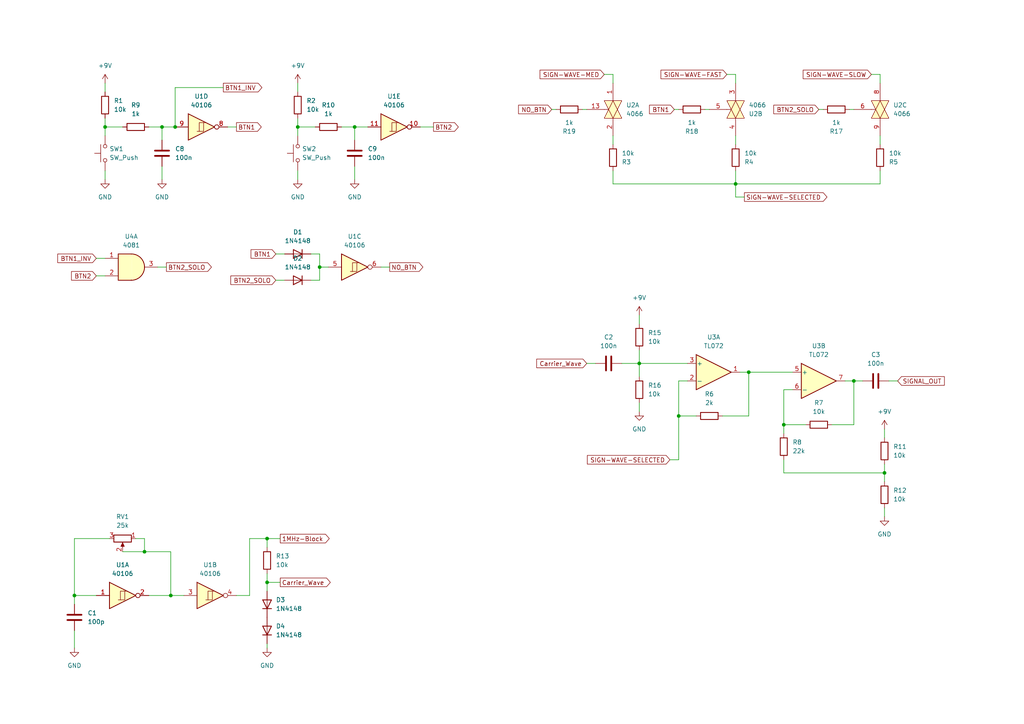
<source format=kicad_sch>
(kicad_sch (version 20230121) (generator eeschema)
  (paper "A4")
  (lib_symbols
    (symbol "4xxx:40106" (pin_names (offset 1.016))
      (property "Reference" "U" (at 0 1.27 0))
      (property "Value" "40106" (at 0 -1.27 0))
      (symbol "40106_1_0"
        (polyline (pts (xy -0.635 -1.27) (xy -0.635 1.27) (xy 0.635 1.27)))
        (polyline (pts (xy -3.81 3.81) (xy -3.81 -3.81) (xy 3.81 0) (xy -3.81 3.81)) (stroke (width 0.254)) (fill (type background)))
        (polyline (pts (xy -1.27 -1.27) (xy 0.635 -1.27) (xy 0.635 1.27) (xy 1.27 1.27)))
        (pin input line (at -7.62 0 0) (length 3.81) (name "~") (number "1"))
        (pin output inverted (at 7.62 0 180) (length 3.81) (name "~") (number "2"))
      )
      (symbol "40106_2_0"
        (polyline (pts (xy -0.635 -1.27) (xy -0.635 1.27) (xy 0.635 1.27)))
        (polyline (pts (xy -3.81 3.81) (xy -3.81 -3.81) (xy 3.81 0) (xy -3.81 3.81)) (stroke (width 0.254)) (fill (type background)))
        (polyline (pts (xy -1.27 -1.27) (xy 0.635 -1.27) (xy 0.635 1.27) (xy 1.27 1.27)))
        (pin input line (at -7.62 0 0) (length 3.81) (name "~") (number "3"))
        (pin output inverted (at 7.62 0 180) (length 3.81) (name "~") (number "4"))
      )
      (symbol "40106_3_0"
        (polyline (pts (xy -0.635 -1.27) (xy -0.635 1.27) (xy 0.635 1.27)))
        (polyline (pts (xy -3.81 3.81) (xy -3.81 -3.81) (xy 3.81 0) (xy -3.81 3.81)) (stroke (width 0.254)) (fill (type background)))
        (polyline (pts (xy -1.27 -1.27) (xy 0.635 -1.27) (xy 0.635 1.27) (xy 1.27 1.27)))
        (pin input line (at -7.62 0 0) (length 3.81) (name "~") (number "5"))
        (pin output inverted (at 7.62 0 180) (length 3.81) (name "~") (number "6"))
      )
      (symbol "40106_4_0"
        (polyline (pts (xy -0.635 -1.27) (xy -0.635 1.27) (xy 0.635 1.27)))
        (polyline (pts (xy -3.81 3.81) (xy -3.81 -3.81) (xy 3.81 0) (xy -3.81 3.81)) (stroke (width 0.254)) (fill (type background)))
        (polyline (pts (xy -1.27 -1.27) (xy 0.635 -1.27) (xy 0.635 1.27) (xy 1.27 1.27)))
        (pin output inverted (at 7.62 0 180) (length 3.81) (name "~") (number "8"))
        (pin input line (at -7.62 0 0) (length 3.81) (name "~") (number "9"))
      )
      (symbol "40106_5_0"
        (polyline (pts (xy -0.635 -1.27) (xy -0.635 1.27) (xy 0.635 1.27)))
        (polyline (pts (xy -3.81 3.81) (xy -3.81 -3.81) (xy 3.81 0) (xy -3.81 3.81)) (stroke (width 0.254)) (fill (type background)))
        (polyline (pts (xy -1.27 -1.27) (xy 0.635 -1.27) (xy 0.635 1.27) (xy 1.27 1.27)))
        (pin output inverted (at 7.62 0 180) (length 3.81) (name "~") (number "10"))
        (pin input line (at -7.62 0 0) (length 3.81) (name "~") (number "11"))
      )
      (symbol "40106_6_0"
        (polyline (pts (xy -0.635 -1.27) (xy -0.635 1.27) (xy 0.635 1.27)))
        (polyline (pts (xy -3.81 3.81) (xy -3.81 -3.81) (xy 3.81 0) (xy -3.81 3.81)) (stroke (width 0.254)) (fill (type background)))
        (polyline (pts (xy -1.27 -1.27) (xy 0.635 -1.27) (xy 0.635 1.27) (xy 1.27 1.27)))
        (pin output inverted (at 7.62 0 180) (length 3.81) (name "~") (number "12"))
        (pin input line (at -7.62 0 0) (length 3.81) (name "~") (number "13"))
      )
      (symbol "40106_7_0"
        (pin power_in line (at 0 12.7 270) (length 5.08) (name "VDD") (number "14"))
        (pin power_in line (at 0 -12.7 90) (length 5.08) (name "VSS") (number "7"))
      )
      (symbol "40106_7_1"
        (rectangle (start -5.08 7.62) (end 5.08 -7.62) (stroke (width 0.254)) (fill (type background)))
      )
    )
    (symbol "4xxx:4020" (pin_names (offset 1.016))
      (property "Reference" "U" (at -7.62 16.51 0))
      (property "Value" "4020" (at -7.62 -19.05 0))
      (symbol "4020_1_0"
        (pin output line (at 12.7 -10.16 180) (length 5.08) (name "Q11") (number "1"))
        (pin input inverted_clock (at -12.7 12.7 0) (length 5.08) (name "CLK") (number "10"))
        (pin input line (at -12.7 7.62 0) (length 5.08) (name "Reset") (number "11"))
        (pin output line (at 12.7 -2.54 180) (length 5.08) (name "Q8") (number "12"))
        (pin output line (at 12.7 0 180) (length 5.08) (name "Q7") (number "13"))
        (pin output line (at 12.7 -5.08 180) (length 5.08) (name "Q9") (number "14"))
        (pin output line (at 12.7 -7.62 180) (length 5.08) (name "Q10") (number "15"))
        (pin power_in line (at 0 20.32 270) (length 5.08) (name "VDD") (number "16"))
        (pin output line (at 12.7 -12.7 180) (length 5.08) (name "Q12") (number "2"))
        (pin output line (at 12.7 -15.24 180) (length 5.08) (name "Q13") (number "3"))
        (pin output line (at 12.7 5.08 180) (length 5.08) (name "Q5") (number "4"))
        (pin output line (at 12.7 7.62 180) (length 5.08) (name "Q4") (number "5"))
        (pin output line (at 12.7 2.54 180) (length 5.08) (name "Q6") (number "6"))
        (pin output line (at 12.7 10.16 180) (length 5.08) (name "Q3") (number "7"))
        (pin power_in line (at 0 -22.86 90) (length 5.08) (name "VSS") (number "8"))
        (pin output line (at 12.7 12.7 180) (length 5.08) (name "Q0") (number "9"))
      )
      (symbol "4020_1_1"
        (rectangle (start -7.62 15.24) (end 7.62 -17.78) (stroke (width 0.254)) (fill (type background)))
      )
    )
    (symbol "4xxx:4066" (pin_names (offset 1.016))
      (property "Reference" "U" (at -7.62 8.89 0))
      (property "Value" "4066" (at -7.62 -8.89 0))
      (symbol "4066_1_0"
        (polyline (pts (xy 0 1.27) (xy 0 2.54)) (stroke (width 0.1524)))
        (polyline (pts (xy -2.54 0) (xy 2.54 2.54) (xy 2.54 -2.54) (xy -2.54 0)) (fill (type background)))
        (polyline (pts (xy -2.54 2.54) (xy 2.54 0) (xy -2.54 -2.54) (xy -2.54 2.54)) (fill (type background)))
        (pin passive line (at -7.62 0 0) (length 5.08) (name "~") (number "1"))
        (pin input line (at 0 7.62 270) (length 5.08) (name "~") (number "13"))
        (pin passive line (at 7.62 0 180) (length 5.08) (name "~") (number "2"))
      )
      (symbol "4066_2_0"
        (polyline (pts (xy 0 1.27) (xy 0 2.54)) (stroke (width 0.1524)))
        (polyline (pts (xy -2.54 0) (xy 2.54 2.54) (xy 2.54 -2.54) (xy -2.54 0)) (fill (type background)))
        (polyline (pts (xy -2.54 2.54) (xy 2.54 0) (xy -2.54 -2.54) (xy -2.54 2.54)) (fill (type background)))
        (pin passive line (at 7.62 0 180) (length 5.08) (name "~") (number "3"))
        (pin passive line (at -7.62 0 0) (length 5.08) (name "~") (number "4"))
        (pin input line (at 0 7.62 270) (length 5.08) (name "~") (number "5"))
      )
      (symbol "4066_3_0"
        (polyline (pts (xy 0 1.27) (xy 0 2.54)) (stroke (width 0.1524)))
        (polyline (pts (xy -2.54 0) (xy 2.54 2.54) (xy 2.54 -2.54) (xy -2.54 0)) (fill (type background)))
        (polyline (pts (xy -2.54 2.54) (xy 2.54 0) (xy -2.54 -2.54) (xy -2.54 2.54)) (fill (type background)))
        (pin input line (at 0 7.62 270) (length 5.08) (name "~") (number "6"))
        (pin passive line (at -7.62 0 0) (length 5.08) (name "~") (number "8"))
        (pin passive line (at 7.62 0 180) (length 5.08) (name "~") (number "9"))
      )
      (symbol "4066_4_0"
        (polyline (pts (xy 0 1.27) (xy 0 2.54)) (stroke (width 0.1524)))
        (polyline (pts (xy -2.54 0) (xy 2.54 2.54) (xy 2.54 -2.54) (xy -2.54 0)) (fill (type background)))
        (polyline (pts (xy -2.54 2.54) (xy 2.54 0) (xy -2.54 -2.54) (xy -2.54 2.54)) (fill (type background)))
        (pin passive line (at 7.62 0 180) (length 5.08) (name "~") (number "10"))
        (pin passive line (at -7.62 0 0) (length 5.08) (name "~") (number "11"))
        (pin input line (at 0 7.62 270) (length 5.08) (name "~") (number "12"))
      )
      (symbol "4066_5_0"
        (pin power_in line (at 0 12.7 270) (length 5.08) (name "VDD") (number "14"))
        (pin power_in line (at 0 -12.7 90) (length 5.08) (name "VSS") (number "7"))
      )
      (symbol "4066_5_1"
        (rectangle (start -5.08 7.62) (end 5.08 -7.62) (stroke (width 0.254)) (fill (type background)))
      )
    )
    (symbol "4xxx:4081" (pin_names (offset 1.016))
      (property "Reference" "U" (at 0 1.27 0))
      (property "Value" "4081" (at 0 -1.27 0))
      (symbol "4081_1_1"
        (arc (start 0 -3.81) (mid 3.7934 0) (end 0 3.81) (stroke (width 0.254)) (fill (type background)))
        (polyline (pts (xy 0 3.81) (xy -3.81 3.81) (xy -3.81 -3.81) (xy 0 -3.81)) (stroke (width 0.254)) (fill (type background)))
        (pin input line (at -7.62 2.54 0) (length 3.81) (name "~") (number "1"))
        (pin input line (at -7.62 -2.54 0) (length 3.81) (name "~") (number "2"))
        (pin output line (at 7.62 0 180) (length 3.81) (name "~") (number "3"))
      )
      (symbol "4081_1_2"
        (arc (start -3.81 -3.81) (mid -2.589 0) (end -3.81 3.81) (stroke (width 0.254)))
        (arc (start -0.6096 -3.81) (mid 2.1842 -2.5851) (end 3.81 0) (stroke (width 0.254)) (fill (type background)))
        (polyline (pts (xy -3.81 -3.81) (xy -0.635 -3.81)) (stroke (width 0.254)) (fill (type background)))
        (polyline (pts (xy -3.81 3.81) (xy -0.635 3.81)) (stroke (width 0.254)) (fill (type background)))
        (polyline (pts (xy -0.635 3.81) (xy -3.81 3.81) (xy -3.81 3.81) (xy -3.556 3.4036) (xy -3.0226 2.2606) (xy -2.6924 1.0414) (xy -2.6162 -0.254) (xy -2.7686 -1.4986) (xy -3.175 -2.7178) (xy -3.81 -3.81) (xy -3.81 -3.81) (xy -0.635 -3.81)) (stroke (width -25.4)) (fill (type background)))
        (arc (start 3.81 0) (mid 2.1915 2.5936) (end -0.6096 3.81) (stroke (width 0.254)) (fill (type background)))
        (pin input inverted (at -7.62 2.54 0) (length 4.318) (name "~") (number "1"))
        (pin input inverted (at -7.62 -2.54 0) (length 4.318) (name "~") (number "2"))
        (pin output inverted (at 7.62 0 180) (length 3.81) (name "~") (number "3"))
      )
      (symbol "4081_2_1"
        (arc (start 0 -3.81) (mid 3.7934 0) (end 0 3.81) (stroke (width 0.254)) (fill (type background)))
        (polyline (pts (xy 0 3.81) (xy -3.81 3.81) (xy -3.81 -3.81) (xy 0 -3.81)) (stroke (width 0.254)) (fill (type background)))
        (pin output line (at 7.62 0 180) (length 3.81) (name "~") (number "4"))
        (pin input line (at -7.62 2.54 0) (length 3.81) (name "~") (number "5"))
        (pin input line (at -7.62 -2.54 0) (length 3.81) (name "~") (number "6"))
      )
      (symbol "4081_2_2"
        (arc (start -3.81 -3.81) (mid -2.589 0) (end -3.81 3.81) (stroke (width 0.254)))
        (arc (start -0.6096 -3.81) (mid 2.1842 -2.5851) (end 3.81 0) (stroke (width 0.254)) (fill (type background)))
        (polyline (pts (xy -3.81 -3.81) (xy -0.635 -3.81)) (stroke (width 0.254)) (fill (type background)))
        (polyline (pts (xy -3.81 3.81) (xy -0.635 3.81)) (stroke (width 0.254)) (fill (type background)))
        (polyline (pts (xy -0.635 3.81) (xy -3.81 3.81) (xy -3.81 3.81) (xy -3.556 3.4036) (xy -3.0226 2.2606) (xy -2.6924 1.0414) (xy -2.6162 -0.254) (xy -2.7686 -1.4986) (xy -3.175 -2.7178) (xy -3.81 -3.81) (xy -3.81 -3.81) (xy -0.635 -3.81)) (stroke (width -25.4)) (fill (type background)))
        (arc (start 3.81 0) (mid 2.1915 2.5936) (end -0.6096 3.81) (stroke (width 0.254)) (fill (type background)))
        (pin output inverted (at 7.62 0 180) (length 3.81) (name "~") (number "4"))
        (pin input inverted (at -7.62 2.54 0) (length 4.318) (name "~") (number "5"))
        (pin input inverted (at -7.62 -2.54 0) (length 4.318) (name "~") (number "6"))
      )
      (symbol "4081_3_1"
        (arc (start 0 -3.81) (mid 3.7934 0) (end 0 3.81) (stroke (width 0.254)) (fill (type background)))
        (polyline (pts (xy 0 3.81) (xy -3.81 3.81) (xy -3.81 -3.81) (xy 0 -3.81)) (stroke (width 0.254)) (fill (type background)))
        (pin output line (at 7.62 0 180) (length 3.81) (name "~") (number "10"))
        (pin input line (at -7.62 2.54 0) (length 3.81) (name "~") (number "8"))
        (pin input line (at -7.62 -2.54 0) (length 3.81) (name "~") (number "9"))
      )
      (symbol "4081_3_2"
        (arc (start -3.81 -3.81) (mid -2.589 0) (end -3.81 3.81) (stroke (width 0.254)))
        (arc (start -0.6096 -3.81) (mid 2.1842 -2.5851) (end 3.81 0) (stroke (width 0.254)) (fill (type background)))
        (polyline (pts (xy -3.81 -3.81) (xy -0.635 -3.81)) (stroke (width 0.254)) (fill (type background)))
        (polyline (pts (xy -3.81 3.81) (xy -0.635 3.81)) (stroke (width 0.254)) (fill (type background)))
        (polyline (pts (xy -0.635 3.81) (xy -3.81 3.81) (xy -3.81 3.81) (xy -3.556 3.4036) (xy -3.0226 2.2606) (xy -2.6924 1.0414) (xy -2.6162 -0.254) (xy -2.7686 -1.4986) (xy -3.175 -2.7178) (xy -3.81 -3.81) (xy -3.81 -3.81) (xy -0.635 -3.81)) (stroke (width -25.4)) (fill (type background)))
        (arc (start 3.81 0) (mid 2.1915 2.5936) (end -0.6096 3.81) (stroke (width 0.254)) (fill (type background)))
        (pin output inverted (at 7.62 0 180) (length 3.81) (name "~") (number "10"))
        (pin input inverted (at -7.62 2.54 0) (length 4.318) (name "~") (number "8"))
        (pin input inverted (at -7.62 -2.54 0) (length 4.318) (name "~") (number "9"))
      )
      (symbol "4081_4_1"
        (arc (start 0 -3.81) (mid 3.7934 0) (end 0 3.81) (stroke (width 0.254)) (fill (type background)))
        (polyline (pts (xy 0 3.81) (xy -3.81 3.81) (xy -3.81 -3.81) (xy 0 -3.81)) (stroke (width 0.254)) (fill (type background)))
        (pin output line (at 7.62 0 180) (length 3.81) (name "~") (number "11"))
        (pin input line (at -7.62 2.54 0) (length 3.81) (name "~") (number "12"))
        (pin input line (at -7.62 -2.54 0) (length 3.81) (name "~") (number "13"))
      )
      (symbol "4081_4_2"
        (arc (start -3.81 -3.81) (mid -2.589 0) (end -3.81 3.81) (stroke (width 0.254)))
        (arc (start -0.6096 -3.81) (mid 2.1842 -2.5851) (end 3.81 0) (stroke (width 0.254)) (fill (type background)))
        (polyline (pts (xy -3.81 -3.81) (xy -0.635 -3.81)) (stroke (width 0.254)) (fill (type background)))
        (polyline (pts (xy -3.81 3.81) (xy -0.635 3.81)) (stroke (width 0.254)) (fill (type background)))
        (polyline (pts (xy -0.635 3.81) (xy -3.81 3.81) (xy -3.81 3.81) (xy -3.556 3.4036) (xy -3.0226 2.2606) (xy -2.6924 1.0414) (xy -2.6162 -0.254) (xy -2.7686 -1.4986) (xy -3.175 -2.7178) (xy -3.81 -3.81) (xy -3.81 -3.81) (xy -0.635 -3.81)) (stroke (width -25.4)) (fill (type background)))
        (arc (start 3.81 0) (mid 2.1915 2.5936) (end -0.6096 3.81) (stroke (width 0.254)) (fill (type background)))
        (pin output inverted (at 7.62 0 180) (length 3.81) (name "~") (number "11"))
        (pin input inverted (at -7.62 2.54 0) (length 4.318) (name "~") (number "12"))
        (pin input inverted (at -7.62 -2.54 0) (length 4.318) (name "~") (number "13"))
      )
      (symbol "4081_5_0"
        (pin power_in line (at 0 12.7 270) (length 5.08) (name "VDD") (number "14"))
        (pin power_in line (at 0 -12.7 90) (length 5.08) (name "VSS") (number "7"))
      )
      (symbol "4081_5_1"
        (rectangle (start -5.08 7.62) (end 5.08 -7.62) (stroke (width 0.254)) (fill (type background)))
      )
    )
    (symbol "Amplifier_Operational:TL072" (pin_names (offset 0.127))
      (property "Reference" "U" (at 0 5.08 0))
      (property "Value" "TL072" (at 0 -5.08 0))
      (symbol "TL072_1_1"
        (polyline (pts (xy -5.08 5.08) (xy 5.08 0) (xy -5.08 -5.08) (xy -5.08 5.08)) (stroke (width 0.254)) (fill (type background)))
        (pin output line (at 7.62 0 180) (length 2.54) (name "~") (number "1"))
        (pin input line (at -7.62 -2.54 0) (length 2.54) (name "-") (number "2"))
        (pin input line (at -7.62 2.54 0) (length 2.54) (name "+") (number "3"))
      )
      (symbol "TL072_2_1"
        (polyline (pts (xy -5.08 5.08) (xy 5.08 0) (xy -5.08 -5.08) (xy -5.08 5.08)) (stroke (width 0.254)) (fill (type background)))
        (pin input line (at -7.62 2.54 0) (length 2.54) (name "+") (number "5"))
        (pin input line (at -7.62 -2.54 0) (length 2.54) (name "-") (number "6"))
        (pin output line (at 7.62 0 180) (length 2.54) (name "~") (number "7"))
      )
      (symbol "TL072_3_1"
        (pin power_in line (at -2.54 -7.62 90) (length 3.81) (name "V-") (number "4"))
        (pin power_in line (at -2.54 7.62 270) (length 3.81) (name "V+") (number "8"))
      )
    )
    (symbol "Device:C" (pin_numbers hide) (pin_names (offset 0.254))
      (property "Reference" "C" (at 0.635 2.54 0))
      (property "Value" "C" (at 0.635 -2.54 0))
      (symbol "C_0_1"
        (polyline (pts (xy -2.032 -0.762) (xy 2.032 -0.762)) (stroke (width 0.508)))
        (polyline (pts (xy -2.032 0.762) (xy 2.032 0.762)) (stroke (width 0.508)))
      )
      (symbol "C_1_1"
        (pin passive line (at 0 3.81 270) (length 2.794) (name "~") (number "1"))
        (pin passive line (at 0 -3.81 90) (length 2.794) (name "~") (number "2"))
      )
    )
    (symbol "Device:R" (pin_numbers hide) (pin_names (offset 0))
      (property "Reference" "R" (at 2.032 0 90))
      (property "Value" "R" (at 0 0 90))
      (symbol "R_0_1"
        (rectangle (start -1.016 -2.54) (end 1.016 2.54) (stroke (width 0.254)))
      )
      (symbol "R_1_1"
        (pin passive line (at 0 3.81 270) (length 1.27) (name "~") (number "1"))
        (pin passive line (at 0 -3.81 90) (length 1.27) (name "~") (number "2"))
      )
    )
    (symbol "Device:R_Potentiometer" (pin_names (offset 1.016) hide)
      (property "Reference" "RV" (at -4.445 0 90))
      (property "Value" "R_Potentiometer" (at -2.54 0 90))
      (symbol "R_Potentiometer_0_1"
        (polyline (pts (xy 2.54 0) (xy 1.524 0)))
        (polyline (pts (xy 1.143 0) (xy 2.286 0.508) (xy 2.286 -0.508) (xy 1.143 0)) (fill (type outline)))
        (rectangle (start 1.016 2.54) (end -1.016 -2.54) (stroke (width 0.254)))
      )
      (symbol "R_Potentiometer_1_1"
        (pin passive line (at 0 3.81 270) (length 1.27) (name "1") (number "1"))
        (pin passive line (at 3.81 0 180) (length 1.27) (name "2") (number "2"))
        (pin passive line (at 0 -3.81 90) (length 1.27) (name "3") (number "3"))
      )
    )
    (symbol "Diode:1N4148" (pin_numbers hide) (pin_names hide)
      (property "Reference" "D" (at 0 2.54 0))
      (property "Value" "1N4148" (at 0 -2.54 0))
      (symbol "1N4148_0_1"
        (polyline (pts (xy -1.27 1.27) (xy -1.27 -1.27)) (stroke (width 0.254)))
        (polyline (pts (xy 1.27 0) (xy -1.27 0)))
        (polyline (pts (xy 1.27 1.27) (xy 1.27 -1.27) (xy -1.27 0) (xy 1.27 1.27)) (stroke (width 0.254)))
      )
      (symbol "1N4148_1_1"
        (pin passive line (at -3.81 0 0) (length 2.54) (name "K") (number "1"))
        (pin passive line (at 3.81 0 180) (length 2.54) (name "A") (number "2"))
      )
    )
    (symbol "Switch:SW_Push" (pin_numbers hide) (pin_names (offset 1.016) hide)
      (property "Reference" "SW" (at 1.27 2.54 0))
      (property "Value" "SW_Push" (at 0 -1.524 0))
      (symbol "SW_Push_0_1"
        (circle (center -2.032 0) (radius 0.508))
        (polyline (pts (xy 0 1.27) (xy 0 3.048)))
        (polyline (pts (xy 2.54 1.27) (xy -2.54 1.27)))
        (circle (center 2.032 0) (radius 0.508))
        (pin passive line (at -5.08 0 0) (length 2.54) (name "1") (number "1"))
        (pin passive line (at 5.08 0 180) (length 2.54) (name "2") (number "2"))
      )
    )
    (symbol "power:+9V" (power) (pin_names (offset 0))
      (property "Value" "+9V" (at 0 3.556 0))
      (symbol "+9V_0_1"
        (polyline (pts (xy -0.762 1.27) (xy 0 2.54)))
        (polyline (pts (xy 0 0) (xy 0 2.54)))
        (polyline (pts (xy 0 2.54) (xy 0.762 1.27)))
      )
      (symbol "+9V_1_1"
        (pin power_in line (at 0 0 90) (length 0) hide (name "+9V") (number "1"))
      )
    )
    (symbol "power:GND" (power) (pin_names (offset 0))
      (property "Value" "GND" (at 0 -3.81 0))
      (symbol "GND_0_1"
        (polyline (pts (xy 0 0) (xy 0 -1.27) (xy 1.27 -1.27) (xy 0 -2.54) (xy -1.27 -1.27) (xy 0 -1.27)))
      )
      (symbol "GND_1_1"
        (pin power_in line (at 0 0 270) (length 0) hide (name "GND") (number "1"))
      )
    )
  )
  (junction (at 77.47 156.21))
  (junction (at 41.91 160.02))
  (junction (at 217.17 107.95))
  (junction (at 46.99 36.83))
  (junction (at 77.47 168.91))
  (junction (at 256.54 137.16))
  (junction (at 92.71 77.47))
  (junction (at 30.48 36.83))
  (junction (at 185.42 105.41))
  (junction (at 247.65 110.49))
  (junction (at 86.36 36.83))
  (junction (at 213.36 53.34))
  (junction (at 49.53 172.72))
  (junction (at 21.59 172.72))
  (junction (at 196.85 120.65))
  (junction (at 227.33 123.19))
  (junction (at 102.87 36.83))
  (junction (at 50.8 36.83))
  (wire (pts (xy 86.36 24.13) (xy 86.36 26.67)))
  (wire (pts (xy 185.42 105.41) (xy 199.39 105.41)))
  (wire (pts (xy -124.46 53.34) (xy -124.46 66.04)))
  (wire (pts (xy 196.85 133.35) (xy 196.85 120.65)))
  (wire (pts (xy -71.12 129.54) (xy -67.31 129.54)))
  (wire (pts (xy 77.47 168.91) (xy 77.47 166.37)))
  (wire (pts (xy 185.42 101.6) (xy 185.42 105.41)))
  (wire (pts (xy -139.7 29.21) (xy -139.7 36.83)))
  (wire (pts (xy 95.25 77.47) (xy 92.71 77.47)))
  (wire (pts (xy 64.77 25.4) (xy 50.8 25.4)))
  (wire (pts (xy 80.01 81.28) (xy 82.55 81.28)))
  (wire (pts (xy 110.49 77.47) (xy 113.03 77.47)))
  (wire (pts (xy 30.48 36.83) (xy 35.56 36.83)))
  (wire (pts (xy -38.1 29.21) (xy -38.1 41.91)))
  (wire (pts (xy -100.33 121.92) (xy -96.52 121.92)))
  (wire (pts (xy 46.99 36.83) (xy 46.99 40.64)))
  (wire (pts (xy 256.54 147.32) (xy 256.54 149.86)))
  (wire (pts (xy 213.36 41.91) (xy 213.36 39.37)))
  (wire (pts (xy -25.4 53.34) (xy -25.4 66.04)))
  (wire (pts (xy 256.54 134.62) (xy 256.54 137.16)))
  (wire (pts (xy 257.81 110.49) (xy 260.35 110.49)))
  (wire (pts (xy -25.4 29.21) (xy -25.4 45.72)))
  (wire (pts (xy 21.59 156.21) (xy 31.75 156.21)))
  (wire (pts (xy 247.65 110.49) (xy 250.19 110.49)))
  (wire (pts (xy 177.8 39.37) (xy 177.8 41.91)))
  (wire (pts (xy 41.91 156.21) (xy 41.91 160.02)))
  (wire (pts (xy 255.27 24.13) (xy 255.27 21.59)))
  (wire (pts (xy 86.36 34.29) (xy 86.36 36.83)))
  (wire (pts (xy -71.12 124.46) (xy -67.31 124.46)))
  (wire (pts (xy 194.31 133.35) (xy 196.85 133.35)))
  (wire (pts (xy -139.7 62.23) (xy -139.7 66.04)))
  (wire (pts (xy 39.37 156.21) (xy 41.91 156.21)))
  (wire (pts (xy 92.71 81.28) (xy 90.17 81.28)))
  (wire (pts (xy 30.48 36.83) (xy 30.48 39.37)))
  (wire (pts (xy 201.93 120.65) (xy 196.85 120.65)))
  (wire (pts (xy -99.06 127) (xy -99.06 130.81)))
  (wire (pts (xy 77.47 168.91) (xy 81.28 168.91)))
  (wire (pts (xy 175.26 21.59) (xy 177.8 21.59)))
  (wire (pts (xy 209.55 120.65) (xy 217.17 120.65)))
  (wire (pts (xy 50.8 25.4) (xy 50.8 36.83)))
  (wire (pts (xy 102.87 36.83) (xy 102.87 40.64)))
  (wire (pts (xy 66.04 36.83) (xy 68.58 36.83)))
  (wire (pts (xy 227.33 123.19) (xy 227.33 125.73)))
  (wire (pts (xy 196.85 120.65) (xy 196.85 110.49)))
  (wire (pts (xy 102.87 48.26) (xy 102.87 52.07)))
  (wire (pts (xy 90.17 73.66) (xy 92.71 73.66)))
  (wire (pts (xy 247.65 123.19) (xy 241.3 123.19)))
  (wire (pts (xy 168.91 31.75) (xy 170.18 31.75)))
  (wire (pts (xy -83.82 111.76) (xy -83.82 114.3)))
  (wire (pts (xy 204.47 31.75) (xy 205.74 31.75)))
  (wire (pts (xy 256.54 124.46) (xy 256.54 127)))
  (wire (pts (xy 121.92 36.83) (xy 125.73 36.83)))
  (wire (pts (xy 255.27 53.34) (xy 255.27 49.53)))
  (wire (pts (xy 21.59 172.72) (xy 21.59 175.26)))
  (wire (pts (xy 21.59 172.72) (xy 27.94 172.72)))
  (wire (pts (xy 77.47 158.75) (xy 77.47 156.21)))
  (wire (pts (xy -99.06 127) (xy -96.52 127)))
  (wire (pts (xy 30.48 34.29) (xy 30.48 36.83)))
  (wire (pts (xy 213.36 53.34) (xy 255.27 53.34)))
  (wire (pts (xy 227.33 113.03) (xy 227.33 123.19)))
  (wire (pts (xy 35.56 160.02) (xy 41.91 160.02)))
  (wire (pts (xy 92.71 73.66) (xy 92.71 77.47)))
  (wire (pts (xy 177.8 53.34) (xy 213.36 53.34)))
  (wire (pts (xy 86.36 36.83) (xy 91.44 36.83)))
  (wire (pts (xy 160.02 31.75) (xy 161.29 31.75)))
  (wire (pts (xy 177.8 49.53) (xy 177.8 53.34)))
  (wire (pts (xy 227.33 123.19) (xy 233.68 123.19)))
  (wire (pts (xy 185.42 105.41) (xy 185.42 109.22)))
  (wire (pts (xy 210.82 21.59) (xy 213.36 21.59)))
  (wire (pts (xy -38.1 57.15) (xy -38.1 66.04)))
  (wire (pts (xy 99.06 36.83) (xy 102.87 36.83)))
  (wire (pts (xy 256.54 137.16) (xy 256.54 139.7)))
  (wire (pts (xy 72.39 172.72) (xy 68.58 172.72)))
  (wire (pts (xy 72.39 156.21) (xy 77.47 156.21)))
  (wire (pts (xy -55.88 29.21) (xy -55.88 45.72)))
  (wire (pts (xy 195.58 31.75) (xy 196.85 31.75)))
  (wire (pts (xy 185.42 116.84) (xy 185.42 119.38)))
  (wire (pts (xy 180.34 105.41) (xy 185.42 105.41)))
  (wire (pts (xy 41.91 160.02) (xy 49.53 160.02)))
  (wire (pts (xy 21.59 182.88) (xy 21.59 187.96)))
  (wire (pts (xy 86.36 36.83) (xy 86.36 39.37)))
  (wire (pts (xy 43.18 36.83) (xy 46.99 36.83)))
  (wire (pts (xy 30.48 24.13) (xy 30.48 26.67)))
  (wire (pts (xy 255.27 41.91) (xy 255.27 39.37)))
  (wire (pts (xy 217.17 107.95) (xy 229.87 107.95)))
  (wire (pts (xy 92.71 77.47) (xy 92.71 81.28)))
  (wire (pts (xy 45.72 77.47) (xy 48.26 77.47)))
  (wire (pts (xy 46.99 36.83) (xy 50.8 36.83)))
  (wire (pts (xy 177.8 24.13) (xy 177.8 21.59)))
  (wire (pts (xy 215.9 57.15) (xy 213.36 57.15)))
  (wire (pts (xy -71.12 29.21) (xy -71.12 36.83)))
  (wire (pts (xy 213.36 53.34) (xy 213.36 49.53)))
  (wire (pts (xy 252.73 21.59) (xy 255.27 21.59)))
  (wire (pts (xy 43.18 172.72) (xy 49.53 172.72)))
  (wire (pts (xy -71.12 127) (xy -67.31 127)))
  (wire (pts (xy 102.87 36.83) (xy 106.68 36.83)))
  (wire (pts (xy 77.47 187.96) (xy 77.47 186.69)))
  (wire (pts (xy 46.99 48.26) (xy 46.99 52.07)))
  (wire (pts (xy 227.33 133.35) (xy 227.33 137.16)))
  (wire (pts (xy 21.59 156.21) (xy 21.59 172.72)))
  (wire (pts (xy 77.47 156.21) (xy 81.28 156.21)))
  (wire (pts (xy 27.94 74.93) (xy 30.48 74.93)))
  (wire (pts (xy -106.68 29.21) (xy -106.68 36.83)))
  (wire (pts (xy 196.85 110.49) (xy 199.39 110.49)))
  (wire (pts (xy 27.94 80.01) (xy 30.48 80.01)))
  (wire (pts (xy 49.53 160.02) (xy 49.53 172.72)))
  (wire (pts (xy -91.44 29.21) (xy -91.44 45.72)))
  (wire (pts (xy 214.63 107.95) (xy 217.17 107.95)))
  (wire (pts (xy 80.01 73.66) (xy 82.55 73.66)))
  (wire (pts (xy -106.68 62.23) (xy -106.68 66.04)))
  (wire (pts (xy 227.33 137.16) (xy 256.54 137.16)))
  (wire (pts (xy -91.44 53.34) (xy -91.44 66.04)))
  (wire (pts (xy 86.36 49.53) (xy 86.36 52.07)))
  (wire (pts (xy 247.65 110.49) (xy 247.65 123.19)))
  (wire (pts (xy -71.12 62.23) (xy -71.12 66.04)))
  (wire (pts (xy 185.42 91.44) (xy 185.42 93.98)))
  (wire (pts (xy 247.65 110.49) (xy 245.11 110.49)))
  (wire (pts (xy 213.36 57.15) (xy 213.36 53.34)))
  (wire (pts (xy -55.88 53.34) (xy -55.88 66.04)))
  (wire (pts (xy 30.48 49.53) (xy 30.48 52.07)))
  (wire (pts (xy -124.46 29.21) (xy -124.46 45.72)))
  (wire (pts (xy 246.38 31.75) (xy 247.65 31.75)))
  (wire (pts (xy 237.49 31.75) (xy 238.76 31.75)))
  (wire (pts (xy 213.36 24.13) (xy 213.36 21.59)))
  (wire (pts (xy 72.39 156.21) (xy 72.39 172.72)))
  (wire (pts (xy -83.82 157.48) (xy -83.82 160.02)))
  (wire (pts (xy 217.17 120.65) (xy 217.17 107.95)))
  (wire (pts (xy 170.18 105.41) (xy 172.72 105.41)))
  (wire (pts (xy 77.47 171.45) (xy 77.47 168.91)))
  (wire (pts (xy 49.53 172.72) (xy 53.34 172.72)))
  (wire (pts (xy 229.87 113.03) (xy 227.33 113.03)))
  (global_label "NO_BTN" (shape input) (at 160.02 31.75 180) (property "Intersheetrefs" "${INTERSHEET_REFS}" (effects hide)))
  (global_label "BTN1" (shape output) (at 68.58 36.83 0) (property "Intersheetrefs" "${INTERSHEET_REFS}" (effects hide)))
  (global_label "BTN2" (shape input) (at 27.94 80.01 180) (property "Intersheetrefs" "${INTERSHEET_REFS}" (effects hide)))
  (global_label "BTN1_INV" (shape input) (at 27.94 74.93 180) (property "Intersheetrefs" "${INTERSHEET_REFS}" (effects hide)))
  (global_label "BTN2_SOLO" (shape output) (at 48.26 77.47 0) (property "Intersheetrefs" "${INTERSHEET_REFS}" (effects hide)))
  (global_label "SIGN-WAVE-MED" (shape input) (at 175.26 21.59 180) (property "Intersheetrefs" "${INTERSHEET_REFS}" (effects hide)))
  (global_label "NO_BTN" (shape output) (at 113.03 77.47 0) (property "Intersheetrefs" "${INTERSHEET_REFS}" (effects hide)))
  (global_label "BTN2" (shape output) (at 125.73 36.83 0) (property "Intersheetrefs" "${INTERSHEET_REFS}" (effects hide)))
  (global_label "SIGN-WAVE-SLOW" (shape output) (at -67.31 129.54 0) (property "Intersheetrefs" "${INTERSHEET_REFS}" (effects hide)))
  (global_label "BTN2_SOLO" (shape input) (at 237.49 31.75 180) (property "Intersheetrefs" "${INTERSHEET_REFS}" (effects hide)))
  (global_label "BTN1" (shape input) (at 195.58 31.75 180) (property "Intersheetrefs" "${INTERSHEET_REFS}" (effects hide)))
  (global_label "SIGNAL_OUT" (shape input) (at 260.35 110.49 0) (property "Intersheetrefs" "${INTERSHEET_REFS}" (effects hide)))
  (global_label "Carrier_Wave" (shape output) (at 81.28 168.91 0) (property "Intersheetrefs" "${INTERSHEET_REFS}" (effects hide)))
  (global_label "SIGN-WAVE-SELECTED" (shape output) (at 215.9 57.15 0) (property "Intersheetrefs" "${INTERSHEET_REFS}" (effects hide)))
  (global_label "BTN1_INV" (shape output) (at 64.77 25.4 0) (property "Intersheetrefs" "${INTERSHEET_REFS}" (effects hide)))
  (global_label "BTN1" (shape input) (at 80.01 73.66 180) (property "Intersheetrefs" "${INTERSHEET_REFS}" (effects hide)))
  (global_label "Carrier_Wave" (shape input) (at 170.18 105.41 180) (property "Intersheetrefs" "${INTERSHEET_REFS}" (effects hide)))
  (global_label "SIGN-WAVE-SELECTED" (shape input) (at 194.31 133.35 180) (property "Intersheetrefs" "${INTERSHEET_REFS}" (effects hide)))
  (global_label "1MHz-Block" (shape output) (at 81.28 156.21 0) (property "Intersheetrefs" "${INTERSHEET_REFS}" (effects hide)))
  (global_label "SIGN-WAVE-MED" (shape output) (at -67.31 127 0) (property "Intersheetrefs" "${INTERSHEET_REFS}" (effects hide)))
  (global_label "SIGN-WAVE-FAST" (shape output) (at -67.31 124.46 0) (property "Intersheetrefs" "${INTERSHEET_REFS}" (effects hide)))
  (global_label "SIGN-WAVE-FAST" (shape input) (at 210.82 21.59 180) (property "Intersheetrefs" "${INTERSHEET_REFS}" (effects hide)))
  (global_label "1MHz-Block" (shape input) (at -100.33 121.92 180) (property "Intersheetrefs" "${INTERSHEET_REFS}" (effects hide)))
  (global_label "BTN2_SOLO" (shape input) (at 80.01 81.28 180) (property "Intersheetrefs" "${INTERSHEET_REFS}" (effects hide)))
  (global_label "SIGN-WAVE-SLOW" (shape input) (at 252.73 21.59 180) (property "Intersheetrefs" "${INTERSHEET_REFS}" (effects hide)))
  (symbol (lib_id "power:GND") (at 86.36 52.07 0) (unit 1)
    (property "Reference" "#PWR04" (effects hide))
    (property "Value" "GND" (at 86.36 57.15 0))
  )
  (symbol (lib_id "Device:R") (at 213.36 45.72 0) (mirror x) (unit 1)
    (property "Reference" "R4" (at 215.9 46.99 0) (effects (justify left)))
    (property "Value" "10k" (at 215.9 44.45 0) (effects (justify left)))
  )
  (symbol (lib_id "Amplifier_Operational:TL072") (at 237.49 110.49 0) (unit 2)
    (property "Reference" "U3" (at 237.49 100.33 0))
    (property "Value" "TL072" (at 237.49 102.87 0))
    (property "Datasheet" "http://www.ti.com/lit/ds/symlink/tl071.pdf" (effects hide))
  )
  (symbol (lib_id "4xxx:4066") (at 255.27 31.75 90) (mirror x) (unit 3)
    (property "Reference" "U2" (at 259.08 30.48 90) (effects (justify right)))
    (property "Value" "4066" (at 259.08 33.02 90) (effects (justify right)))
    (property "Datasheet" "http://www.ti.com/lit/ds/symlink/cd4066b.pdf" (effects hide))
  )
  (symbol (lib_id "power:GND") (at 185.42 119.38 0) (unit 1)
    (property "Reference" "#PWR011" (effects hide))
    (property "Value" "GND" (at 185.42 124.46 0))
  )
  (symbol (lib_id "power:GND") (at -71.12 66.04 0) (unit 1)
    (property "Reference" "#PWR025" (effects hide))
    (property "Value" "GND" (at -71.12 71.12 0))
  )
  (symbol (lib_id "Device:C") (at -91.44 49.53 0) (unit 1)
    (property "Reference" "C5" (at -87.63 48.26 0) (effects (justify left)))
    (property "Value" "100n" (at -87.63 50.8 0) (effects (justify left)))
  )
  (symbol (lib_id "Amplifier_Operational:TL072") (at -35.56 49.53 0) (unit 3)
    (property "Reference" "U3" (at -36.83 48.26 0) (effects (justify left)))
    (property "Value" "TL072" (at -36.83 50.8 0) (effects (justify left)))
    (property "Datasheet" "http://www.ti.com/lit/ds/symlink/tl071.pdf" (effects hide))
  )
  (symbol (lib_id "Diode:1N4148") (at 86.36 73.66 180) (unit 1)
    (property "Reference" "D1" (at 86.36 67.31 0))
    (property "Value" "1N4148" (at 86.36 69.85 0))
    (property "Footprint" "Diode_THT:D_DO-35_SOD27_P7.62mm_Horizontal" (effects hide))
    (property "Datasheet" "https://assets.nexperia.com/documents/data-sheet/1N4148_1N4448.pdf" (effects hide))
    (property "Sim.Device" "D" (effects hide))
    (property "Sim.Pins" "1=K 2=A" (effects hide))
  )
  (symbol (lib_id "Amplifier_Operational:TL072") (at 207.01 107.95 0) (unit 1)
    (property "Reference" "U3" (at 207.01 97.79 0))
    (property "Value" "TL072" (at 207.01 100.33 0))
    (property "Datasheet" "http://www.ti.com/lit/ds/symlink/tl071.pdf" (effects hide))
  )
  (symbol (lib_id "power:+9V") (at -38.1 29.21 0) (unit 1)
    (property "Reference" "#PWR019" (effects hide))
    (property "Value" "+9V" (at -38.1 24.13 0))
  )
  (symbol (lib_id "Device:R") (at 200.66 31.75 90) (mirror x) (unit 1)
    (property "Reference" "R18" (at 200.66 38.1 90))
    (property "Value" "1k" (at 200.66 35.56 90))
  )
  (symbol (lib_id "power:GND") (at -124.46 66.04 0) (unit 1)
    (property "Reference" "#PWR022" (effects hide))
    (property "Value" "GND" (at -124.46 71.12 0))
  )
  (symbol (lib_id "Device:R") (at 205.74 120.65 90) (unit 1)
    (property "Reference" "R6" (at 205.74 114.3 90))
    (property "Value" "2k" (at 205.74 116.84 90))
  )
  (symbol (lib_id "Device:R") (at 165.1 31.75 90) (mirror x) (unit 1)
    (property "Reference" "R19" (at 165.1 38.1 90))
    (property "Value" "1k" (at 165.1 35.56 90))
  )
  (symbol (lib_id "4xxx:40106") (at 114.3 36.83 0) (unit 5)
    (property "Reference" "U1" (at 114.3 27.94 0))
    (property "Value" "40106" (at 114.3 30.48 0))
    (property "Datasheet" "https://assets.nexperia.com/documents/data-sheet/HEF40106B.pdf" (effects hide))
  )
  (symbol (lib_id "Device:R") (at 256.54 143.51 0) (unit 1)
    (property "Reference" "R12" (at 259.08 142.24 0) (effects (justify left)))
    (property "Value" "10k" (at 259.08 144.78 0) (effects (justify left)))
  )
  (symbol (lib_id "4xxx:4020") (at -83.82 134.62 0) (unit 1)
    (property "Reference" "U5" (at -81.8641 114.3 0) (effects (justify left)))
    (property "Value" "4020" (at -81.8641 116.84 0) (effects (justify left)))
    (property "Datasheet" "http://www.intersil.com/content/dam/Intersil/documents/cd40/cd4020bms-24bms-40bms.pdf" (effects hide))
  )
  (symbol (lib_id "4xxx:40106") (at 102.87 77.47 0) (unit 3)
    (property "Reference" "U1" (at 102.87 68.58 0))
    (property "Value" "40106" (at 102.87 71.12 0))
    (property "Datasheet" "https://assets.nexperia.com/documents/data-sheet/HEF40106B.pdf" (effects hide))
  )
  (symbol (lib_id "power:+9V") (at 256.54 124.46 0) (unit 1)
    (property "Reference" "#PWR07" (effects hide))
    (property "Value" "+9V" (at 256.54 119.38 0))
  )
  (symbol (lib_id "Device:C") (at 102.87 44.45 180) (unit 1)
    (property "Reference" "C9" (at 106.68 43.18 0) (effects (justify right)))
    (property "Value" "100n" (at 106.68 45.72 0) (effects (justify right)))
  )
  (symbol (lib_id "power:GND") (at -25.4 66.04 0) (unit 1)
    (property "Reference" "#PWR028" (effects hide))
    (property "Value" "GND" (at -25.4 71.12 0))
  )
  (symbol (lib_id "Device:C") (at -25.4 49.53 0) (unit 1)
    (property "Reference" "C7" (at -21.59 48.26 0) (effects (justify left)))
    (property "Value" "100n" (at -21.59 50.8 0) (effects (justify left)))
  )
  (symbol (lib_id "Device:R") (at 256.54 130.81 0) (unit 1)
    (property "Reference" "R11" (at 259.08 129.54 0) (effects (justify left)))
    (property "Value" "10k" (at 259.08 132.08 0) (effects (justify left)))
  )
  (symbol (lib_id "4xxx:40106") (at 35.56 172.72 0) (unit 1)
    (property "Reference" "U1" (at 35.56 163.83 0))
    (property "Value" "40106" (at 35.56 166.37 0))
    (property "Datasheet" "https://assets.nexperia.com/documents/data-sheet/HEF40106B.pdf" (effects hide))
  )
  (symbol (lib_id "power:+9V") (at -124.46 29.21 0) (unit 1)
    (property "Reference" "#PWR014" (effects hide))
    (property "Value" "+9V" (at -124.46 24.13 0))
  )
  (symbol (lib_id "Device:R") (at 227.33 129.54 0) (unit 1)
    (property "Reference" "R8" (at 229.87 128.27 0) (effects (justify left)))
    (property "Value" "22k" (at 229.87 130.81 0) (effects (justify left)))
  )
  (symbol (lib_id "power:+9V") (at -106.68 29.21 0) (unit 1)
    (property "Reference" "#PWR015" (effects hide))
    (property "Value" "+9V" (at -106.68 24.13 0))
  )
  (symbol (lib_id "Device:R_Potentiometer") (at 35.56 156.21 270) (unit 1)
    (property "Reference" "RV1" (at 35.56 149.86 90))
    (property "Value" "25k" (at 35.56 152.4 90))
  )
  (symbol (lib_id "power:+9V") (at 185.42 91.44 0) (unit 1)
    (property "Reference" "#PWR012" (effects hide))
    (property "Value" "+9V" (at 185.42 86.36 0))
  )
  (symbol (lib_id "power:+9V") (at -55.88 29.21 0) (unit 1)
    (property "Reference" "#PWR018" (effects hide))
    (property "Value" "+9V" (at -55.88 24.13 0))
  )
  (symbol (lib_id "Device:R") (at 177.8 45.72 0) (mirror x) (unit 1)
    (property "Reference" "R3" (at 180.34 46.99 0) (effects (justify left)))
    (property "Value" "10k" (at 180.34 44.45 0) (effects (justify left)))
  )
  (symbol (lib_id "power:+9V") (at 30.48 24.13 0) (unit 1)
    (property "Reference" "#PWR01" (effects hide))
    (property "Value" "+9V" (at 30.48 19.05 0))
  )
  (symbol (lib_id "4xxx:40106") (at 60.96 172.72 0) (unit 2)
    (property "Reference" "U1" (at 60.96 163.83 0))
    (property "Value" "40106" (at 60.96 166.37 0))
    (property "Datasheet" "https://assets.nexperia.com/documents/data-sheet/HEF40106B.pdf" (effects hide))
  )
  (symbol (lib_id "Device:R") (at 185.42 97.79 0) (unit 1)
    (property "Reference" "R15" (at 187.96 96.52 0) (effects (justify left)))
    (property "Value" "10k" (at 187.96 99.06 0) (effects (justify left)))
  )
  (symbol (lib_id "Device:R") (at 185.42 113.03 0) (unit 1)
    (property "Reference" "R16" (at 187.96 111.76 0) (effects (justify left)))
    (property "Value" "10k" (at 187.96 114.3 0) (effects (justify left)))
  )
  (symbol (lib_id "Device:C") (at 176.53 105.41 90) (unit 1)
    (property "Reference" "C2" (at 176.53 97.79 90))
    (property "Value" "100n" (at 176.53 100.33 90))
  )
  (symbol (lib_id "power:+9V") (at 86.36 24.13 0) (unit 1)
    (property "Reference" "#PWR03" (effects hide))
    (property "Value" "+9V" (at 86.36 19.05 0))
  )
  (symbol (lib_id "Device:C") (at 254 110.49 90) (unit 1)
    (property "Reference" "C3" (at 254 102.87 90))
    (property "Value" "100n" (at 254 105.41 90))
  )
  (symbol (lib_id "Diode:1N4148") (at 77.47 182.88 90) (unit 1)
    (property "Reference" "D4" (at 80.01 181.61 90) (effects (justify right)))
    (property "Value" "1N4148" (at 80.01 184.15 90) (effects (justify right)))
    (property "Footprint" "Diode_THT:D_DO-35_SOD27_P7.62mm_Horizontal" (effects hide))
    (property "Datasheet" "https://assets.nexperia.com/documents/data-sheet/1N4148_1N4448.pdf" (effects hide))
    (property "Sim.Device" "D" (effects hide))
    (property "Sim.Pins" "1=K 2=A" (effects hide))
  )
  (symbol (lib_id "Device:R") (at 77.47 162.56 0) (unit 1)
    (property "Reference" "R13" (at 80.01 161.29 0) (effects (justify left)))
    (property "Value" "10k" (at 80.01 163.83 0) (effects (justify left)))
  )
  (symbol (lib_id "power:GND") (at 77.47 187.96 0) (unit 1)
    (property "Reference" "#PWR010" (effects hide))
    (property "Value" "GND" (at 77.47 193.04 0))
  )
  (symbol (lib_id "Device:C") (at -55.88 49.53 0) (unit 1)
    (property "Reference" "C6" (at -52.07 48.26 0) (effects (justify left)))
    (property "Value" "100n" (at -52.07 50.8 0) (effects (justify left)))
  )
  (symbol (lib_id "4xxx:4081") (at 38.1 77.47 0) (unit 1)
    (property "Reference" "U4" (at 38.0917 68.58 0))
    (property "Value" "4081" (at 38.0917 71.12 0))
    (property "Datasheet" "http://www.intersil.com/content/dam/Intersil/documents/cd40/cd4073bms-81bms-82bms.pdf" (effects hide))
  )
  (symbol (lib_id "Device:R") (at 237.49 123.19 90) (unit 1)
    (property "Reference" "R7" (at 237.49 116.84 90))
    (property "Value" "10k" (at 237.49 119.38 90))
  )
  (symbol (lib_id "Device:C") (at 21.59 179.07 0) (unit 1)
    (property "Reference" "C1" (at 25.4 177.8 0) (effects (justify left)))
    (property "Value" "100p" (at 25.4 180.34 0) (effects (justify left)))
  )
  (symbol (lib_id "power:GND") (at -139.7 66.04 0) (unit 1)
    (property "Reference" "#PWR021" (effects hide))
    (property "Value" "GND" (at -139.7 71.12 0))
  )
  (symbol (lib_id "power:GND") (at 46.99 52.07 0) (unit 1)
    (property "Reference" "#PWR05" (effects hide))
    (property "Value" "GND" (at 46.99 57.15 0))
  )
  (symbol (lib_id "power:GND") (at 21.59 187.96 0) (unit 1)
    (property "Reference" "#PWR08" (effects hide))
    (property "Value" "GND" (at 21.59 193.04 0))
  )
  (symbol (lib_id "Diode:1N4148") (at 86.36 81.28 180) (unit 1)
    (property "Reference" "D2" (at 86.36 74.93 0))
    (property "Value" "1N4148" (at 86.36 77.47 0))
    (property "Footprint" "Diode_THT:D_DO-35_SOD27_P7.62mm_Horizontal" (effects hide))
    (property "Datasheet" "https://assets.nexperia.com/documents/data-sheet/1N4148_1N4448.pdf" (effects hide))
    (property "Sim.Device" "D" (effects hide))
    (property "Sim.Pins" "1=K 2=A" (effects hide))
  )
  (symbol (lib_id "4xxx:40106") (at -139.7 49.53 0) (unit 7)
    (property "Reference" "U1" (at -133.35 48.26 0) (effects (justify left)))
    (property "Value" "40106" (at -133.35 50.8 0) (effects (justify left)))
    (property "Datasheet" "https://assets.nexperia.com/documents/data-sheet/HEF40106B.pdf" (effects hide))
  )
  (symbol (lib_id "Device:R") (at 242.57 31.75 90) (mirror x) (unit 1)
    (property "Reference" "R17" (at 242.57 38.1 90))
    (property "Value" "1k" (at 242.57 35.56 90))
  )
  (symbol (lib_id "power:GND") (at -38.1 66.04 0) (unit 1)
    (property "Reference" "#PWR027" (effects hide))
    (property "Value" "GND" (at -38.1 71.12 0))
  )
  (symbol (lib_id "Diode:1N4148") (at 77.47 175.26 90) (unit 1)
    (property "Reference" "D3" (at 80.01 173.99 90) (effects (justify right)))
    (property "Value" "1N4148" (at 80.01 176.53 90) (effects (justify right)))
    (property "Footprint" "Diode_THT:D_DO-35_SOD27_P7.62mm_Horizontal" (effects hide))
    (property "Datasheet" "https://assets.nexperia.com/documents/data-sheet/1N4148_1N4448.pdf" (effects hide))
    (property "Sim.Device" "D" (effects hide))
    (property "Sim.Pins" "1=K 2=A" (effects hide))
  )
  (symbol (lib_id "4xxx:4066") (at 213.36 31.75 90) (unit 2)
    (property "Reference" "U2" (at 217.17 33.02 90) (effects (justify right)))
    (property "Value" "4066" (at 217.17 30.48 90) (effects (justify right)))
    (property "Datasheet" "http://www.ti.com/lit/ds/symlink/cd4066b.pdf" (effects hide))
  )
  (symbol (lib_id "power:GND") (at -106.68 66.04 0) (unit 1)
    (property "Reference" "#PWR023" (effects hide))
    (property "Value" "GND" (at -106.68 71.12 0))
  )
  (symbol (lib_id "4xxx:40106") (at 58.42 36.83 0) (unit 4)
    (property "Reference" "U1" (at 58.42 27.94 0))
    (property "Value" "40106" (at 58.42 30.48 0))
    (property "Datasheet" "https://assets.nexperia.com/documents/data-sheet/HEF40106B.pdf" (effects hide))
  )
  (symbol (lib_id "power:GND") (at -99.06 130.81 0) (unit 1)
    (property "Reference" "#PWR031" (effects hide))
    (property "Value" "GND" (at -99.06 135.89 0))
  )
  (symbol (lib_id "4xxx:4066") (at 177.8 31.75 90) (mirror x) (unit 1)
    (property "Reference" "U2" (at 181.61 30.48 90) (effects (justify right)))
    (property "Value" "4066" (at 181.61 33.02 90) (effects (justify right)))
    (property "Datasheet" "http://www.ti.com/lit/ds/symlink/cd4066b.pdf" (effects hide))
  )
  (symbol (lib_id "power:GND") (at -55.88 66.04 0) (unit 1)
    (property "Reference" "#PWR026" (effects hide))
    (property "Value" "GND" (at -55.88 71.12 0))
  )
  (symbol (lib_id "power:GND") (at 30.48 52.07 0) (unit 1)
    (property "Reference" "#PWR02" (effects hide))
    (property "Value" "GND" (at 30.48 57.15 0))
  )
  (symbol (lib_id "Device:C") (at 46.99 44.45 180) (unit 1)
    (property "Reference" "C8" (at 50.8 43.18 0) (effects (justify right)))
    (property "Value" "100n" (at 50.8 45.72 0) (effects (justify right)))
  )
  (symbol (lib_id "Device:R") (at 255.27 45.72 0) (mirror x) (unit 1)
    (property "Reference" "R5" (at 257.81 46.99 0) (effects (justify left)))
    (property "Value" "10k" (at 257.81 44.45 0) (effects (justify left)))
  )
  (symbol (lib_id "Switch:SW_Push") (at 30.48 44.45 90) (unit 1)
    (property "Reference" "SW1" (at 31.75 43.18 90) (effects (justify right)))
    (property "Value" "SW_Push" (at 31.75 45.72 90) (effects (justify right)))
  )
  (symbol (lib_id "power:GND") (at 102.87 52.07 0) (unit 1)
    (property "Reference" "#PWR06" (effects hide))
    (property "Value" "GND" (at 102.87 57.15 0))
  )
  (symbol (lib_id "Device:R") (at 30.48 30.48 0) (unit 1)
    (property "Reference" "R1" (at 33.02 29.21 0) (effects (justify left)))
    (property "Value" "10k" (at 33.02 31.75 0) (effects (justify left)))
  )
  (symbol (lib_id "4xxx:4081") (at -71.12 49.53 0) (unit 5)
    (property "Reference" "U4" (at -64.77 48.26 0) (effects (justify left)))
    (property "Value" "4081" (at -64.77 50.8 0) (effects (justify left)))
    (property "Datasheet" "http://www.intersil.com/content/dam/Intersil/documents/cd40/cd4073bms-81bms-82bms.pdf" (effects hide))
  )
  (symbol (lib_id "power:+9V") (at -25.4 29.21 0) (unit 1)
    (property "Reference" "#PWR020" (effects hide))
    (property "Value" "+9V" (at -25.4 24.13 0))
  )
  (symbol (lib_id "power:GND") (at -91.44 66.04 0) (unit 1)
    (property "Reference" "#PWR024" (effects hide))
    (property "Value" "GND" (at -91.44 71.12 0))
  )
  (symbol (lib_id "power:+9V") (at -83.82 111.76 0) (unit 1)
    (property "Reference" "#PWR030" (effects hide))
    (property "Value" "+9V" (at -83.82 106.68 0))
  )
  (symbol (lib_id "power:+9V") (at -91.44 29.21 0) (unit 1)
    (property "Reference" "#PWR016" (effects hide))
    (property "Value" "+9V" (at -91.44 24.13 0))
  )
  (symbol (lib_id "Device:R") (at 95.25 36.83 90) (unit 1)
    (property "Reference" "R10" (at 95.25 30.48 90))
    (property "Value" "1k" (at 95.25 33.02 90))
  )
  (symbol (lib_id "Switch:SW_Push") (at 86.36 44.45 90) (unit 1)
    (property "Reference" "SW2" (at 87.63 43.18 90) (effects (justify right)))
    (property "Value" "SW_Push" (at 87.63 45.72 90) (effects (justify right)))
  )
  (symbol (lib_id "Device:R") (at 39.37 36.83 90) (unit 1)
    (property "Reference" "R9" (at 39.37 30.48 90))
    (property "Value" "1k" (at 39.37 33.02 90))
  )
  (symbol (lib_id "Device:C") (at -124.46 49.53 0) (unit 1)
    (property "Reference" "C4" (at -120.65 48.26 0) (effects (justify left)))
    (property "Value" "100n" (at -120.65 50.8 0) (effects (justify left)))
  )
  (symbol (lib_id "4xxx:4066") (at -106.68 49.53 0) (unit 5)
    (property "Reference" "U2" (at -100.33 48.26 0) (effects (justify left)))
    (property "Value" "4066" (at -100.33 50.8 0) (effects (justify left)))
    (property "Datasheet" "http://www.ti.com/lit/ds/symlink/cd4066b.pdf" (effects hide))
  )
  (symbol (lib_id "power:+9V") (at -71.12 29.21 0) (unit 1)
    (property "Reference" "#PWR017" (effects hide))
    (property "Value" "+9V" (at -71.12 24.13 0))
  )
  (symbol (lib_id "Device:R") (at 86.36 30.48 0) (unit 1)
    (property "Reference" "R2" (at 88.9 29.21 0) (effects (justify left)))
    (property "Value" "10k" (at 88.9 31.75 0) (effects (justify left)))
  )
  (symbol (lib_id "power:GND") (at -83.82 160.02 0) (unit 1)
    (property "Reference" "#PWR029" (effects hide))
    (property "Value" "GND" (at -83.82 165.1 0))
  )
  (symbol (lib_id "power:+9V") (at -139.7 29.21 0) (unit 1)
    (property "Reference" "#PWR013" (effects hide))
    (property "Value" "+9V" (at -139.7 24.13 0))
  )
  (symbol (lib_id "power:GND") (at 256.54 149.86 0) (unit 1)
    (property "Reference" "#PWR09" (effects hide))
    (property "Value" "GND" (at 256.54 154.94 0))
  )
)
</source>
